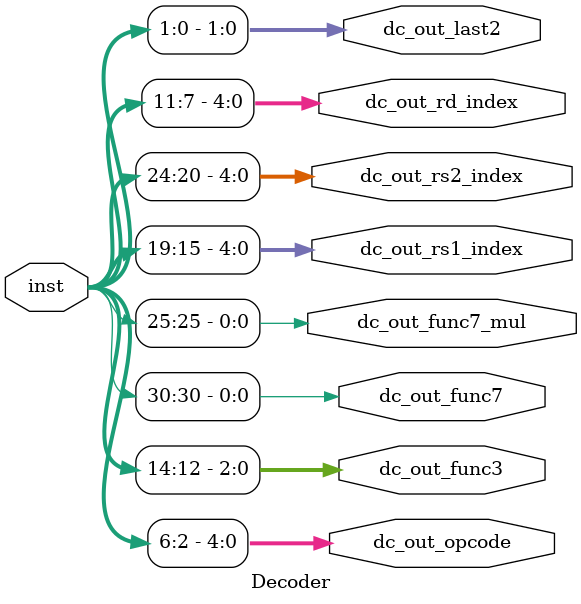
<source format=sv>
module Decoder (
input [31:0] inst,
output [4:0] dc_out_opcode,
output [2:0] dc_out_func3,
output dc_out_func7,
output dc_out_func7_mul,
output [4:0] dc_out_rs1_index,
output [4:0] dc_out_rs2_index,
output [4:0] dc_out_rd_index,
output [1:0] dc_out_last2
);

assign dc_out_opcode=inst[6:2];
assign dc_out_func3=inst[14:12];
assign dc_out_func7=inst[30];
assign dc_out_rs1_index=inst[19:15];
assign dc_out_rs2_index=inst[24:20];
assign dc_out_rd_index=inst[11:7];
assign dc_out_func7_mul=inst[25];
assign dc_out_last2=inst[1:0];



endmodule
</source>
